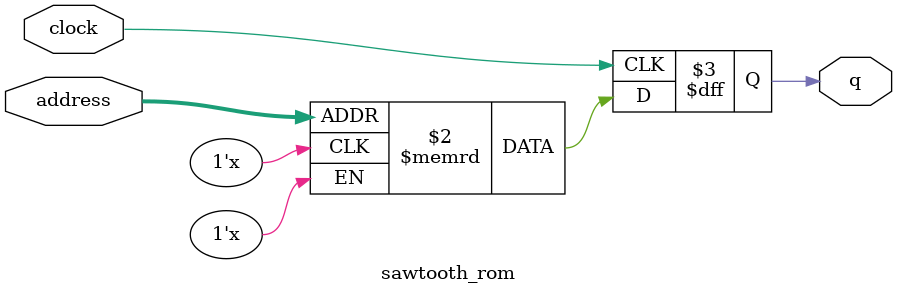
<source format=sv>
module sawtooth_rom (
	input logic clock,
	input logic [13:0] address,
	output logic [0:0] q
);

logic [0:0] memory [0:10799] /* synthesis ram_init_file = "./Modules/ROMs/sawtooth/sawtooth.mif" */;

always_ff @ (posedge clock) begin
	q <= memory[address];
end

endmodule

</source>
